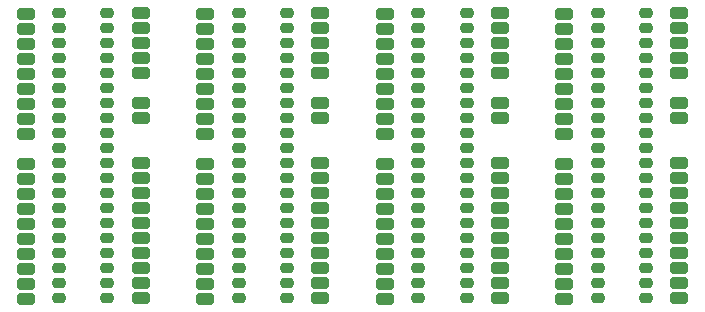
<source format=gbs>
G04 #@! TF.GenerationSoftware,KiCad,Pcbnew,7.0.6-0*
G04 #@! TF.CreationDate,2023-10-14T16:46:18-04:00*
G04 #@! TF.ProjectId,FBI Board,46424920-426f-4617-9264-2e6b69636164,1*
G04 #@! TF.SameCoordinates,Original*
G04 #@! TF.FileFunction,Soldermask,Bot*
G04 #@! TF.FilePolarity,Negative*
%FSLAX46Y46*%
G04 Gerber Fmt 4.6, Leading zero omitted, Abs format (unit mm)*
G04 Created by KiCad (PCBNEW 7.0.6-0) date 2023-10-14 16:46:18*
%MOMM*%
%LPD*%
G01*
G04 APERTURE LIST*
G04 Aperture macros list*
%AMRoundRect*
0 Rectangle with rounded corners*
0 $1 Rounding radius*
0 $2 $3 $4 $5 $6 $7 $8 $9 X,Y pos of 4 corners*
0 Add a 4 corners polygon primitive as box body*
4,1,4,$2,$3,$4,$5,$6,$7,$8,$9,$2,$3,0*
0 Add four circle primitives for the rounded corners*
1,1,$1+$1,$2,$3*
1,1,$1+$1,$4,$5*
1,1,$1+$1,$6,$7*
1,1,$1+$1,$8,$9*
0 Add four rect primitives between the rounded corners*
20,1,$1+$1,$2,$3,$4,$5,0*
20,1,$1+$1,$4,$5,$6,$7,0*
20,1,$1+$1,$6,$7,$8,$9,0*
20,1,$1+$1,$8,$9,$2,$3,0*%
G04 Aperture macros list end*
%ADD10RoundRect,0.278300X0.477500X0.227500X-0.477500X0.227500X-0.477500X-0.227500X0.477500X-0.227500X0*%
%ADD11RoundRect,0.278300X-0.477500X-0.227500X0.477500X-0.227500X0.477500X0.227500X-0.477500X0.227500X0*%
%ADD12RoundRect,0.240800X0.310000X0.190000X-0.310000X0.190000X-0.310000X-0.190000X0.310000X-0.190000X0*%
%ADD13RoundRect,0.240800X-0.310000X-0.190000X0.310000X-0.190000X0.310000X0.190000X-0.310000X0.190000X0*%
G04 APERTURE END LIST*
D10*
X137420000Y-112620000D03*
X137420000Y-111350000D03*
X137420000Y-110080000D03*
X137420000Y-108810000D03*
X137420000Y-107540000D03*
X137420000Y-106270000D03*
X137420000Y-105000000D03*
X137420000Y-103730000D03*
X137420000Y-102460000D03*
X137420000Y-101190000D03*
X137420000Y-97380000D03*
X137420000Y-96110000D03*
X137420000Y-93570000D03*
X137420000Y-92300000D03*
X137420000Y-91030000D03*
X137420000Y-89760000D03*
X137420000Y-88490000D03*
D11*
X127690000Y-88500000D03*
X127690000Y-89770000D03*
X127690000Y-91040000D03*
X127690000Y-92310000D03*
X127690000Y-93580000D03*
X127690000Y-94850000D03*
X127690000Y-96120000D03*
X127690000Y-97390000D03*
X127690000Y-98660000D03*
X127690000Y-101200000D03*
X127690000Y-102470000D03*
X127690000Y-103740000D03*
X127690000Y-105010000D03*
X127690000Y-106280000D03*
X127690000Y-107550000D03*
X127690000Y-108820000D03*
X127690000Y-110090000D03*
X127690000Y-111360000D03*
X127690000Y-112630000D03*
D12*
X149820000Y-112620000D03*
X149820000Y-111350000D03*
X149820000Y-110080000D03*
X149820000Y-108810000D03*
X149820000Y-107540000D03*
X149820000Y-106270000D03*
X149820000Y-105000000D03*
X149820000Y-103730000D03*
X149820000Y-102460000D03*
X149820000Y-101190000D03*
X149820000Y-99920000D03*
X149820000Y-98650000D03*
X149820000Y-97380000D03*
X149820000Y-96110000D03*
X149820000Y-94840000D03*
X149820000Y-93570000D03*
X149820000Y-92300000D03*
X149820000Y-91030000D03*
X149820000Y-89760000D03*
X149820000Y-88490000D03*
D13*
X145720000Y-88480000D03*
X145720000Y-89750000D03*
X145720000Y-91020000D03*
X145720000Y-92290000D03*
X145720000Y-93560000D03*
X145720000Y-94830000D03*
X145720000Y-96100000D03*
X145720000Y-97370000D03*
X145720000Y-98640000D03*
X145720000Y-99910000D03*
X145720000Y-101180000D03*
X145720000Y-102450000D03*
X145720000Y-103720000D03*
X145720000Y-104990000D03*
X145720000Y-106260000D03*
X145720000Y-107530000D03*
X145720000Y-108800000D03*
X145720000Y-110070000D03*
X145720000Y-111340000D03*
X145720000Y-112610000D03*
D12*
X119400000Y-112620000D03*
X119400000Y-111350000D03*
X119400000Y-110080000D03*
X119400000Y-108810000D03*
X119400000Y-107540000D03*
X119400000Y-106270000D03*
X119400000Y-105000000D03*
X119400000Y-103730000D03*
X119400000Y-102460000D03*
X119400000Y-101190000D03*
X119400000Y-99920000D03*
X119400000Y-98650000D03*
X119400000Y-97380000D03*
X119400000Y-96110000D03*
X119400000Y-94840000D03*
X119400000Y-93570000D03*
X119400000Y-92300000D03*
X119400000Y-91030000D03*
X119400000Y-89760000D03*
X119400000Y-88490000D03*
D13*
X115300000Y-88480000D03*
X115300000Y-89750000D03*
X115300000Y-91020000D03*
X115300000Y-92290000D03*
X115300000Y-93560000D03*
X115300000Y-94830000D03*
X115300000Y-96100000D03*
X115300000Y-97370000D03*
X115300000Y-98640000D03*
X115300000Y-99910000D03*
X115300000Y-101180000D03*
X115300000Y-102450000D03*
X115300000Y-103720000D03*
X115300000Y-104990000D03*
X115300000Y-106260000D03*
X115300000Y-107530000D03*
X115300000Y-108800000D03*
X115300000Y-110070000D03*
X115300000Y-111340000D03*
X115300000Y-112610000D03*
D12*
X165010000Y-112620000D03*
X165010000Y-111350000D03*
X165010000Y-110080000D03*
X165010000Y-108810000D03*
X165010000Y-107540000D03*
X165010000Y-106270000D03*
X165010000Y-105000000D03*
X165010000Y-103730000D03*
X165010000Y-102460000D03*
X165010000Y-101190000D03*
X165010000Y-99920000D03*
X165010000Y-98650000D03*
X165010000Y-97380000D03*
X165010000Y-96110000D03*
X165010000Y-94840000D03*
X165010000Y-93570000D03*
X165010000Y-92300000D03*
X165010000Y-91030000D03*
X165010000Y-89760000D03*
X165010000Y-88490000D03*
D13*
X160910000Y-88480000D03*
X160910000Y-89750000D03*
X160910000Y-91020000D03*
X160910000Y-92290000D03*
X160910000Y-93560000D03*
X160910000Y-94830000D03*
X160910000Y-96100000D03*
X160910000Y-97370000D03*
X160910000Y-98640000D03*
X160910000Y-99910000D03*
X160910000Y-101180000D03*
X160910000Y-102450000D03*
X160910000Y-103720000D03*
X160910000Y-104990000D03*
X160910000Y-106260000D03*
X160910000Y-107530000D03*
X160910000Y-108800000D03*
X160910000Y-110070000D03*
X160910000Y-111340000D03*
X160910000Y-112610000D03*
D10*
X167830000Y-112620000D03*
X167830000Y-111350000D03*
X167830000Y-110080000D03*
X167830000Y-108810000D03*
X167830000Y-107540000D03*
X167830000Y-106270000D03*
X167830000Y-105000000D03*
X167830000Y-103730000D03*
X167830000Y-102460000D03*
X167830000Y-101190000D03*
X167830000Y-97380000D03*
X167830000Y-96110000D03*
X167830000Y-93570000D03*
X167830000Y-92300000D03*
X167830000Y-91030000D03*
X167830000Y-89760000D03*
X167830000Y-88490000D03*
D11*
X158100000Y-88500000D03*
X158100000Y-89770000D03*
X158100000Y-91040000D03*
X158100000Y-92310000D03*
X158100000Y-93580000D03*
X158100000Y-94850000D03*
X158100000Y-96120000D03*
X158100000Y-97390000D03*
X158100000Y-98660000D03*
X158100000Y-101200000D03*
X158100000Y-102470000D03*
X158100000Y-103740000D03*
X158100000Y-105010000D03*
X158100000Y-106280000D03*
X158100000Y-107550000D03*
X158100000Y-108820000D03*
X158100000Y-110090000D03*
X158100000Y-111360000D03*
X158100000Y-112630000D03*
D12*
X134610000Y-112620000D03*
X134610000Y-111350000D03*
X134610000Y-110080000D03*
X134610000Y-108810000D03*
X134610000Y-107540000D03*
X134610000Y-106270000D03*
X134610000Y-105000000D03*
X134610000Y-103730000D03*
X134610000Y-102460000D03*
X134610000Y-101190000D03*
X134610000Y-99920000D03*
X134610000Y-98650000D03*
X134610000Y-97380000D03*
X134610000Y-96110000D03*
X134610000Y-94840000D03*
X134610000Y-93570000D03*
X134610000Y-92300000D03*
X134610000Y-91030000D03*
X134610000Y-89760000D03*
X134610000Y-88490000D03*
D13*
X130510000Y-88480000D03*
X130510000Y-89750000D03*
X130510000Y-91020000D03*
X130510000Y-92290000D03*
X130510000Y-93560000D03*
X130510000Y-94830000D03*
X130510000Y-96100000D03*
X130510000Y-97370000D03*
X130510000Y-98640000D03*
X130510000Y-99910000D03*
X130510000Y-101180000D03*
X130510000Y-102450000D03*
X130510000Y-103720000D03*
X130510000Y-104990000D03*
X130510000Y-106260000D03*
X130510000Y-107530000D03*
X130510000Y-108800000D03*
X130510000Y-110070000D03*
X130510000Y-111340000D03*
X130510000Y-112610000D03*
D10*
X122220000Y-112620000D03*
X122220000Y-111350000D03*
X122220000Y-110080000D03*
X122220000Y-108810000D03*
X122220000Y-107540000D03*
X122220000Y-106270000D03*
X122220000Y-105000000D03*
X122220000Y-103730000D03*
X122220000Y-102460000D03*
X122220000Y-101190000D03*
X122220000Y-97380000D03*
X122220000Y-96110000D03*
X122220000Y-93570000D03*
X122220000Y-92300000D03*
X122220000Y-91030000D03*
X122220000Y-89760000D03*
X122220000Y-88490000D03*
D11*
X112490000Y-88500000D03*
X112490000Y-89770000D03*
X112490000Y-91040000D03*
X112490000Y-92310000D03*
X112490000Y-93580000D03*
X112490000Y-94850000D03*
X112490000Y-96120000D03*
X112490000Y-97390000D03*
X112490000Y-98660000D03*
X112490000Y-101200000D03*
X112490000Y-102470000D03*
X112490000Y-103740000D03*
X112490000Y-105010000D03*
X112490000Y-106280000D03*
X112490000Y-107550000D03*
X112490000Y-108820000D03*
X112490000Y-110090000D03*
X112490000Y-111360000D03*
X112490000Y-112630000D03*
D10*
X152620000Y-112620000D03*
X152620000Y-111350000D03*
X152620000Y-110080000D03*
X152620000Y-108810000D03*
X152620000Y-107540000D03*
X152620000Y-106270000D03*
X152620000Y-105000000D03*
X152620000Y-103730000D03*
X152620000Y-102460000D03*
X152620000Y-101190000D03*
X152620000Y-97380000D03*
X152620000Y-96110000D03*
X152620000Y-93570000D03*
X152620000Y-92300000D03*
X152620000Y-91030000D03*
X152620000Y-89760000D03*
X152620000Y-88490000D03*
D11*
X142890000Y-88500000D03*
X142890000Y-89770000D03*
X142890000Y-91040000D03*
X142890000Y-92310000D03*
X142890000Y-93580000D03*
X142890000Y-94850000D03*
X142890000Y-96120000D03*
X142890000Y-97390000D03*
X142890000Y-98660000D03*
X142890000Y-101200000D03*
X142890000Y-102470000D03*
X142890000Y-103740000D03*
X142890000Y-105010000D03*
X142890000Y-106280000D03*
X142890000Y-107550000D03*
X142890000Y-108820000D03*
X142890000Y-110090000D03*
X142890000Y-111360000D03*
X142890000Y-112630000D03*
M02*

</source>
